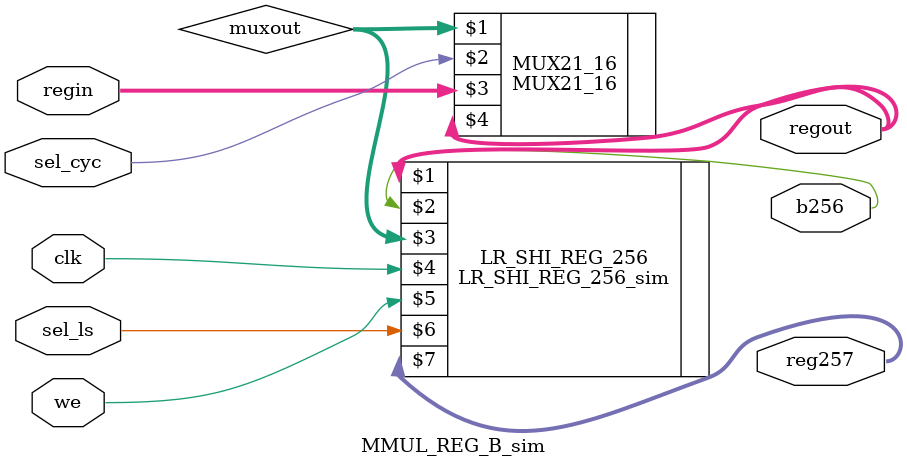
<source format=v>
module  MMUL_REG_B_sim(regout,b256,regin,clk,we,sel_cyc,sel_ls,reg257);
  output [15:0] regout;
  output b256;
  input [15:0] regin;
  input  clk,we,sel_cyc,sel_ls;
  wire [15:0] muxout; 
  
  output [256:0] reg257;        

  MUX21_16  MUX21_16(muxout,sel_cyc,regin,regout);//sel_cyc=0,select regin;sel_cyc=1,select regout.
  LR_SHI_REG_256_sim  LR_SHI_REG_256(regout,b256,muxout,clk,we,sel_ls,reg257);//sel_ls=0,select muxout;sel_ls=1,select left shift.
endmodule
</source>
